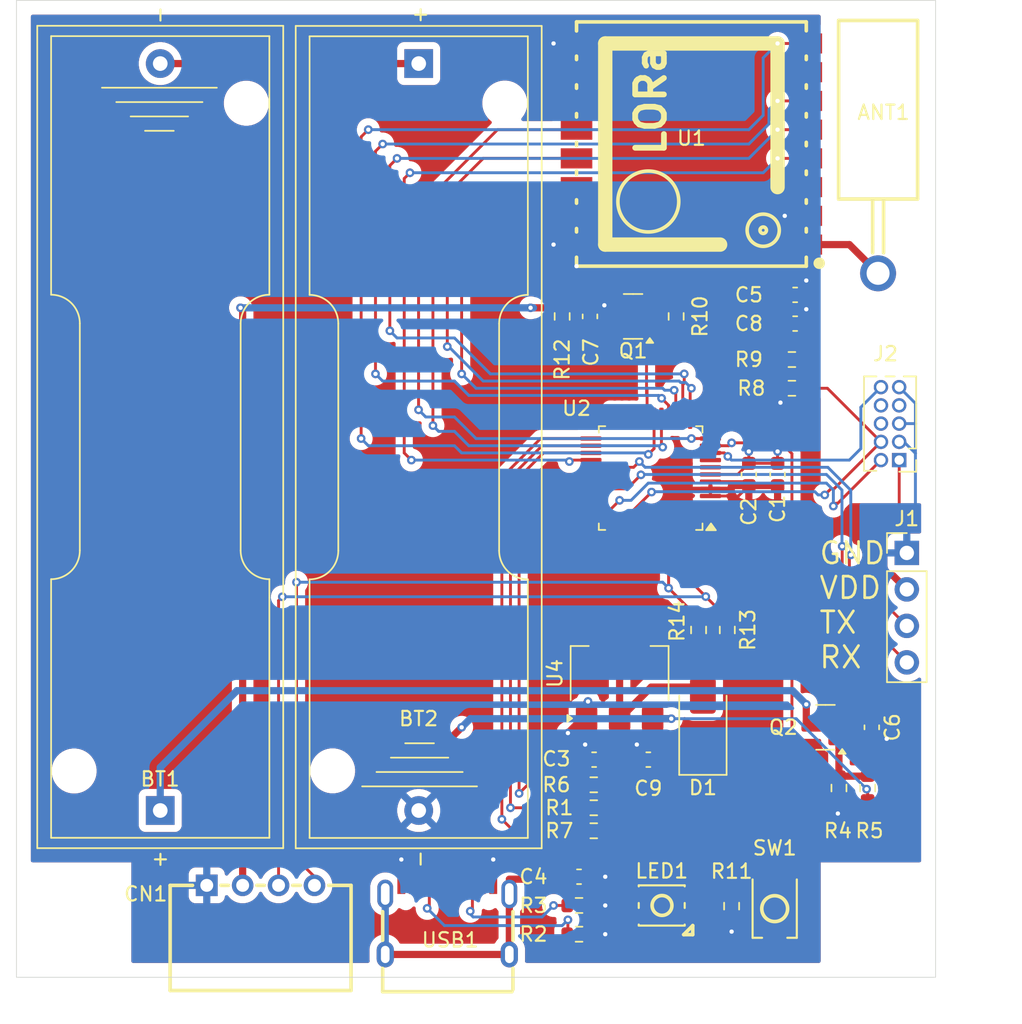
<source format=kicad_pcb>
(kicad_pcb (version 20241229) (generator "pcbnew") (generator_version "9.0")
  (layers (0 "F.Cu" signal) (2 "B.Cu" signal) (13 "F.Paste" user) (15 "B.Paste" user) (5 "F.SilkS" user "F.Silkscreen") (7 "B.SilkS" user "B.Silkscreen") (1 "F.Mask" user) (3 "B.Mask" user) (25 "Edge.Cuts" user))
  (net 0 "")
  (net 1 "Net-(U1-ANT{slash}NC)")
  (net 2 "GND")
  (net 3 "Net-(BT1-+)")
  (net 4 "VDD")
  (net 5 "+3V3")
  (net 6 "Net-(C4-Pad2)")
  (net 7 "Net-(U1-3.3V)")
  (net 8 "/CONPOWER")
  (net 9 "VBUS")
  (net 10 "/SDA")
  (net 11 "/SCL")
  (net 12 "/TX")
  (net 13 "/RX")
  (net 14 "/BOOT0")
  (net 15 "/NRESET")
  (net 16 "/SWDIO")
  (net 20 "/CN1_EN")
  (net 21 "Net-(Q2-G)")
  (net 22 "Net-(USB1-CC1)")
  (net 23 "Net-(USB1-CC2)")
  (net 24 "/BUTTON")
  (net 25 "/LORA_DIO1")
  (net 27 "/LORA_RESET")
  (net 28 "/CS_LORA")
  (net 29 "/MOSI")
  (net 30 "/LORA_BUSY")
  (net 32 "/SCK")
  (net 34 "/LORA_DIO3")
  (net 35 "/MISO")
  (net 42 "/BLUE")
  (net 43 "/GREEN")
  (net 56 "/RED")
  (net 69 "Net-(BT1--)")
  (net 70 "Net-(Q1-D)")
  (net 71 "Net-(LED1-Pad4)")
  (net 72 "Net-(LED1-Pad3)")
  (net 73 "Net-(LED1-K)")
  (footprint "easyeda:USB-C-SMD_TYPE-C-6PIN-2MD-073" (layer "F.Cu") (at 231 119.03)
    (property "Reference" "USB1")
    (property "Value" "TYPE-C 16PIN 2MD(073)")
  )
  (footprint "Connector_PinHeader_1.27mm:PinHeader_2x05_P1.27mm_Vertical" (layer "F.Cu") (at 262.47 87 180)
    (property "Reference" "J2")
    (property "Value" "Conn_ARM_JTAG_SWD_10")
  )
  (footprint "Resistor_SMD:R_0603_1608Metric" (layer "F.Cu") (at 255 80)
    (property "Reference" "R9")
    (property "Value" "0")
  )
  (footprint "Resistor_SMD:R_0603_1608Metric" (layer "F.Cu") (at 241.2 111.2)
    (property "Reference" "R1")
    (property "Value" "1k")
  )
  (footprint "Capacitor_SMD:C_0603_1608Metric" (layer "F.Cu") (at 254 88 90)
    (property "Reference" "C1")
    (property "Value" "1uF")
  )
  (footprint "Resistor_SMD:R_0603_1608Metric" (layer "F.Cu") (at 246.9375 77 90)
    (property "Reference" "R10")
    (property "Value" "10k")
  )
  (footprint "Resistor_SMD:R_0603_1608Metric" (layer "F.Cu") (at 248.5 98.825 -90)
    (property "Reference" "R14")
    (property "Value" "10k")
  )
  (footprint "Resistor_SMD:R_0603_1608Metric" (layer "F.Cu") (at 241.2 109.6)
    (property "Reference" "R6")
    (property "Value" "1k")
  )
  (footprint "easyeda:WIRELM-SMD_DL-LLCC68-S-915S" (layer "F.Cu") (at 248 65)
    (property "Reference" "U1")
    (property "Value" "DL-LLCC68-S-915S")
  )
  (footprint "MountingHole:MountingHole_3.2mm_M3" (layer "F.Cu") (at 205 119)
    (property "Reference" "H1" (hide yes))
    (property "Value" "MountingHole")
  )
  (footprint "Capacitor_SMD:C_0603_1608Metric" (layer "F.Cu") (at 240.9375 77 90)
    (property "Reference" "C7")
    (property "Value" "1uF")
  )
  (footprint "Resistor_SMD:R_0603_1608Metric" (layer "F.Cu") (at 255 82 180)
    (property "Reference" "R8")
    (property "Value" "10k")
  )
  (footprint "Battery:BatteryHolder_Keystone_2460_1xAA" (layer "F.Cu") (at 211.01 111.39 90)
    (property "Reference" "BT1")
    (property "Value" "Battery")
  )
  (footprint "easyeda:SW-SMD_L3.9-W3.0-P4.45" (layer "F.Cu") (at 253.8 118.22 90)
    (property "Reference" "SW1")
    (property "Value" "TS-1088-AR02016")
  )
  (footprint "Resistor_SMD:R_0603_1608Metric" (layer "F.Cu") (at 258.275 109.825 90)
    (property "Reference" "R4")
    (property "Value" "10k")
  )
  (footprint "Package_TO_SOT_SMD:SOT-223-3_TabPin2" (layer "F.Cu") (at 243 101.85 90)
    (property "Reference" "U4")
    (property "Value" "AMS1117-3.3")
  )
  (footprint "Capacitor_SMD:C_0603_1608Metric" (layer "F.Cu") (at 260.5625 105.6 -90)
    (property "Reference" "C6")
    (property "Value" "1uF")
  )
  (footprint "easyeda:LED-SMD_4P-L3.2-W2.8-LS3.5-TL-1" (layer "F.Cu") (at 245.9325 118)
    (property "Reference" "LED1")
    (property "Value" "S4-3528RGBTA-A")
  )
  (footprint "Capacitor_SMD:C_0603_1608Metric" (layer "F.Cu") (at 245 107.85 180)
    (property "Reference" "C9")
    (property "Value" "1uF")
  )
  (footprint "Resistor_SMD:R_0603_1608Metric" (layer "F.Cu") (at 260.275 109.825 -90)
    (property "Reference" "R5")
    (property "Value" "1k")
  )
  (footprint "Capacitor_SMD:C_0603_1608Metric" (layer "F.Cu") (at 255.225 77.5)
    (property "Reference" "C8")
    (property "Value" "10uF")
  )
  (footprint "Capacitor_SMD:C_0603_1608Metric" (layer "F.Cu") (at 255.225 75.5)
    (property "Reference" "C5")
    (property "Value" "100nF")
  )
  (footprint "Connector_PinHeader_2.54mm:PinHeader_1x04_P2.54mm_Vertical" (layer "F.Cu") (at 263 93.46)
    (property "Reference" "J1")
    (property "Value" "Conn_01x04")
  )
  (footprint "Battery:BatteryHolder_Keystone_2460_1xAA" (layer "F.Cu") (at 229.01 59.4 -90)
    (property "Reference" "BT2")
    (property "Value" "Battery")
  )
  (footprint "Resistor_SMD:R_0603_1608Metric" (layer "F.Cu") (at 239 77 -90)
    (property "Reference" "R12")
    (property "Value" "4.7")
  )
  (footprint "Resistor_SMD:R_0603_1608Metric" (layer "F.Cu") (at 250.8 118.045 90)
    (property "Reference" "R11")
    (property "Value" "10k")
  )
  (footprint "Resistor_SMD:R_0603_1608Metric" (layer "F.Cu") (at 240.175 120 180)
    (property "Reference" "R2")
    (property "Value" "5.1k")
  )
  (footprint "Package_TO_SOT_SMD:SOT-23" (layer "F.Cu") (at 257.3375 105.6 180)
    (property "Reference" "Q2")
    (property "Value" "AO3401A")
  )
  (footprint "MountingHole:MountingHole_3.2mm_M3" (layer "F.Cu") (at 261 119)
    (property "Reference" "H2" (hide yes))
    (property "Value" "MountingHole")
  )
  (footprint "easyeda:ANT-TH_BD5.5-L18.0-D0.8_470M_LORA_ANT" (layer "F.Cu") (at 261 74 180)
    (property "Reference" "ANT1")
    (property "Value" "VG915SNX17-5W2")
  )
  (footprint "Capacitor_SMD:C_0603_1608Metric" (layer "F.Cu") (at 241.225 107.85 180)
    (property "Reference" "C3")
    (property "Value" "1uF")
  )
  (footprint "Package_QFP:LQFP-48_7x7mm_P0.5mm" (layer "F.Cu") (at 245.1625 88.25 180)
    (property "Reference" "U2")
    (property "Value" "STM32G030C8Tx")
  )
  (footprint "easyeda:CONN-TH_4P-P2.50_ZX-XH2.54-4PWZ" (layer "F.Cu") (at 218 116.6)
    (property "Reference" "CN1")
    (property "Value" "ZX-XH2.54-4PWZ")
  )
  (footprint "Resistor_SMD:R_0603_1608Metric" (layer "F.Cu") (at 250.5 98.825 -90)
    (property "Reference" "R13")
    (property "Value" "10k")
  )
  (footprint "Capacitor_SMD:C_0603_1608Metric" (layer "F.Cu") (at 252 88 90)
    (property "Reference" "C2")
    (property "Value" "100nF")
  )
  (footprint "Capacitor_SMD:C_0603_1608Metric" (layer "F.Cu") (at 240.175 116 180)
    (property "Reference" "C4")
    (property "Value" "1nF")
  )
  (footprint "Resistor_SMD:R_0603_1608Metric" (layer "F.Cu") (at 241.2 112.8 180)
    (property "Reference" "R7")
    (property "Value" "1k")
  )
  (footprint "Diode_SMD:D_SMA" (layer "F.Cu") (at 248.8 105.4 90)
    (property "Reference" "D1")
    (property "Value" "SS14")
  )
  (footprint "Resistor_SMD:R_0603_1608Metric" (layer "F.Cu") (at 240.175 118 180)
    (property "Reference" "R3")
    (property "Value" "5.1k")
  )
  (footprint "Package_TO_SOT_SMD:SOT-23" (layer "F.Cu") (at 243.9375 77 180)
    (property "Reference" "Q1")
    (property "Value" "AO3401A")
  )
  (gr_rect (start 201 55) (end 265 123) (stroke (width 0.05)) (fill no) (layer "Edge.Cuts"))
  (gr_text "GND\nVDD\nTX\nRX" (at 256.8 101.6 0) (layer "F.SilkS") (effects (font (size 1.5 1.5) (thickness 0.1875)) (justify left bottom)))
  (segment (start 256 72) (end 259 72) (width 0.5) (layer "F.Cu") (net 1))
  (segment (start 259 72) (end 261 74) (width 0.5) (layer "F.Cu") (net 1))
  (segment (start 240 72) (end 240 73.5) (width 0.2) (layer "F.Cu") (net 2))
  (segment (start 254 87.225) (end 254 86.4) (width 0.2) (layer "F.Cu") (net 2))
  (segment (start 240.45 106.95) (end 240.6 106.8) (width 0.2) (layer "F.Cu") (net 2))
  (segment (start 254.175 82) (end 254.175 82.975) (width 0.2) (layer "F.Cu") (net 2))
  (segment (start 240.7 105) (end 240.4 105) (width 0.5) (layer "F.Cu") (net 2))
  (segment (start 249.325 88) (end 251.225 88) (width 0.2) (layer "F.Cu") (net 2))
  (segment (start 258.275 110.65) (end 258.275 111.525) (width 0.2) (layer "F.Cu") (net 2))
  (segment (start 252 87.225) (end 254 87.225) (width 0.2) (layer "F.Cu") (net 2))
  (segment (start 256 75.5) (end 256 76.5) (width 0.2) (layer "F.Cu") (net 2))
  (segment (start 252 87.225) (end 252 86.4) (width 0.2) (layer "F.Cu") (net 2))
  (segment (start 254.175 82.975) (end 254.2 83) (width 0.2) (layer "F.Cu") (net 2))
  (segment (start 240.7 103.9) (end 240.8 103.8) (width 0.5) (layer "F.Cu") (net 2))
  (segment (start 256 70) (end 254.5 70) (width 0.5) (layer "F.Cu") (net 2))
  (segment (start 227.8 116.65) (end 227.8 114.8) (width 0.5) (layer "F.Cu") (net 2))
  (segment (start 234.2 116.65) (end 234.2 114.8) (width 0.5) (layer "F.Cu") (net 2))
  (segment (start 244.225 106.825) (end 244.2 106.8) (width 0.2) (layer "F.Cu") (net 2))
  (segment (start 260.5625 106.375) (end 261.575 106.375) (width 0.2) (layer "F.Cu") (net 2))
  (segment (start 241 120) (end 242 120) (width 0.2) (layer "F.Cu") (net 2))
  (segment (start 240 58) (end 238.4 58) (width 0.2) (layer "F.Cu") (net 2))
  (segment (start 240.9375 76.225) (end 241.9375 76.225) (width 0.2) (layer "F.Cu") (net 2))
  (segment (start 256 77.5) (end 256 76.5) (width 0.2) (layer "F.Cu") (net 2))
  (segment (start 251.225 88) (end 252 87.225) (width 0.2) (layer "F.Cu") (net 2))
  (segment (start 261.575 106.375) (end 261.6 106.4) (width 0.2) (layer "F.Cu") (net 2))
  (segment (start 240.7 105) (end 240.7 103.9) (width 0.5) (layer "F.Cu") (net 2))
  (segment (start 244.225 107.85) (end 244.225 106.825) (width 0.2) (layer "F.Cu") (net 2))
  (segment (start 241 118) (end 242 118) (width 0.2) (layer "F.Cu") (net 2))
  (segment (start 240.4 105) (end 239.4 106) (width 0.5) (layer "F.Cu") (net 2))
  (segment (start 256 75.5) (end 256 74.5) (width 0.2) (layer "F.Cu") (net 2))
  (segment (start 240 72) (end 238.4 72) (width 0.2) (layer "F.Cu") (net 2))
  (segment (start 240.95 116) (end 242 116) (width 0.2) (layer "F.Cu") (net 2))
  (segment (start 250.8 118.87) (end 250.8 119.82) (width 0.2) (layer "F.Cu") (net 2))
  (segment (start 240.45 107.85) (end 240.45 106.95) (width 0.2) (layer "F.Cu") (net 2))
  (segment (start 258.275 111.525) (end 258.2 111.6) (width 0.2) (layer "F.Cu") (net 2))
  (via (at 256 74.5) (size 0.6) (drill 0.3) (layers "F.Cu" "B.Cu") (net 2))
  (via (at 227.8 114.8) (size 0.6) (drill 0.3) (layers "F.Cu" "B.Cu") (net 2))
  (via (at 252 86.4) (size 0.6) (drill 0.3) (layers "F.Cu" "B.Cu") (net 2))
  (via (at 240 73.5) (size 0.6) (drill 0.3) (layers "F.Cu" "B.Cu") (net 2))
  (via (at 239.4 106) (size 0.6) (drill 0.3) (layers "F.Cu" "B.Cu") (net 2))
  (via (at 234.2 114.8) (size 0.6) (drill 0.3) (layers "F.Cu" "B.Cu") (net 2))
  (via (at 242 120) (size 0.6) (drill 0.3) (layers "F.Cu" "B.Cu") (net 2))
  (via (at 254.5 70) (size 0.6) (drill 0.3) (layers "F.Cu" "B.Cu") (net 2))
  (via (at 242 118) (size 0.6) (drill 0.3) (layers "F.Cu" "B.Cu") (net 2))
  (via (at 240.6 106.8) (size 0.6) (drill 0.3) (layers "F.Cu" "B.Cu") (net 2))
  (via (at 250.8 119.82) (size 0.6) (drill 0.3) (layers "F.Cu" "B.Cu") (net 2))
  (via (at 256 76.5) (size 0.6) (drill 0.3) (layers "F.Cu" "B.Cu") (net 2))
  (via (at 261.6 106.4) (size 0.6) (drill 0.3) (layers "F.Cu" "B.Cu") (net 2))
  (via (at 254.2 83) (size 0.6) (drill 0.3) (layers "F.Cu" "B.Cu") (net 2))
  (via (at 238.4 72) (size 0.6) (drill 0.3) (layers "F.Cu" "B.Cu") (net 2))
  (via (at 242 116) (size 0.6) (drill 0.3) (layers "F.Cu" "B.Cu") (net 2))
  (via (at 241.9375 76.225) (size 0.6) (drill 0.3) (layers "F.Cu" "B.Cu") (net 2))
  (via (at 238.4 58) (size 0.6) (drill 0.3) (layers "F.Cu" "B.Cu") (net 2))
  (via (at 258.2 111.6) (size 0.6) (drill 0.3) (layers "F.Cu" "B.Cu") (net 2))
  (via (at 244.2 106.8) (size 0.6) (drill 0.3) (layers "F.Cu" "B.Cu") (net 2))
  (via (at 240.8 103.8) (size 0.6) (drill 0.3) (layers "F.Cu" "B.Cu") (net 2))
  (via (at 254 86.4) (size 0.6) (drill 0.3) (layers "F.Cu" "B.Cu") (net 2))
  (segment (start 262.802 85.73) (end 263.6 86.528) (width 0.2) (layer "B.Cu") (net 2))
  (segment (start 262.47 84.46) (end 263.6 84.46) (width 0.2) (layer "B.Cu") (net 2))
  (segment (start 262.47 85.73) (end 262.802 85.73) (width 0.2) (layer "B.Cu") (net 2))
  (segment (start 263.6 84.46) (end 263.6 83.05) (width 0.2) (layer "B.Cu") (net 2))
  (segment (start 263.6 84.46) (end 263.6 86.528) (width 0.2) (layer "B.Cu") (net 2))
  (segment (start 263.6 86.528) (end 263.6 90.4) (width 0.2) (layer "B.Cu") (net 2))
  (segment (start 263.6 83.05) (end 262.47 81.92) (width 0.2) (layer "B.Cu") (net 2))
  (segment (start 256 104) (end 256 105.2) (width 0.5) (layer "F.Cu") (net 3))
  (segment (start 256 105.2) (end 256.4 105.6) (width 0.5) (layer "F.Cu") (net 3))
  (via (at 256 104) (size 0.6) (drill 0.3) (layers "F.Cu" "B.Cu") (net 3))
  (segment (start 255.049 103.049) (end 256 104) (width 0.5) (layer "B.Cu") (net 3))
  (segment (start 211.01 111.39) (end 211.01 108.39) (width 0.5) (layer "B.Cu") (net 3))
  (segment (start 216.351 103.049) (end 255.049 103.049) (width 0.5) (layer "B.Cu") (net 3))
  (segment (start 215.6 103.8) (end 216.351 103.049) (width 0.5) (layer "B.Cu") (net 3))
  (segment (start 211.01 108.39) (end 215.6 103.8) (width 0.5) (layer "B.Cu") (net 3))
  (segment (start 251.725 88.5) (end 252 88.775) (width 0.2) (layer "F.Cu") (net 4))
  (segment (start 251.275 89.5) (end 252 88.775) (width 0.2) (layer "F.Cu") (net 4))
  (segment (start 249.325 88.5) (end 251.725 88.5) (width 0.2) (layer "F.Cu") (net 4))
  (segment (start 249.325 89.5) (end 251.275 89.5) (width 0.2) (layer "F.Cu") (net 4))
  (segment (start 262.47 90.33) (end 262.4 90.4) (width 0.2) (layer "F.Cu") (net 4))
  (segment (start 262.47 87) (end 262.47 90.33) (width 0.2) (layer "F.Cu") (net 4))
  (segment (start 254 88.775) (end 252 88.775) (width 0.2) (layer "F.Cu") (net 4))
  (segment (start 249.325 89.5) (end 249.325 88.5) (width 0.2) (layer "F.Cu") (net 4))
  (segment (start 243 105) (end 243 106.85) (width 0.5) (layer "F.Cu") (net 5))
  (segment (start 243 105) (end 243 98.7) (width 0.5) (layer "F.Cu") (net 5))
  (segment (start 245.2 102.8) (end 243 105) (width 0.5) (layer "F.Cu") (net 5))
  (segment (start 248.8 102.8) (end 245.2 102.8) (width 0.5) (layer "F.Cu") (net 5))
  (segment (start 243 106.85) (end 242 107.85) (width 0.5) (layer "F.Cu") (net 5))
  (segment (start 226.68 121.41) (end 235.32 121.41) (width 0.5) (layer "F.Cu") (net 6))
  (segment (start 235.32 121.41) (end 235.32 117.2) (width 0.5) (layer "F.Cu") (net 6))
  (segment (start 239.23 116.17) (end 239.4 116) (width 0.5) (layer "F.Cu") (net 6))
  (segment (start 235.32 116.17) (end 239.23 116.17) (width 0.5) (layer "F.Cu") (net 6))
  (segment (start 226.68 117.2) (end 226.68 121.41) (width 0.5) (layer "B.Cu") (net 6))
  (segment (start 254.45 75.5) (end 254.45 74.45) (width 0.5) (layer "F.Cu") (net 7))
  (segment (start 254.45 77.5) (end 254.45 75.5) (width 0.5) (layer "F.Cu") (net 7))
  (segment (start 254.45 74.45) (end 253.5 73.5) (width 0.5) (layer "F.Cu") (net 7))
  (segment (start 253.5 73.5) (end 253.5 69) (width 0.5) (layer "F.Cu") (net 7))
  (segment (start 254.45 77.5) (end 254.45 78.625) (width 0.5) (layer "F.Cu") (net 7))
  (segment (start 253.5 69) (end 254.5 68) (width 0.5) (layer "F.Cu") (net 7))
  (segment (start 254.5 68) (end 256 68) (width 0.5) (layer "F.Cu") (net 7))
  (segment (start 254.45 78.625) (end 255.825 80) (width 0.5) (layer "F.Cu") (net 7))
  (segment (start 238.775 76.4) (end 239 76.175) (width 0.5) (layer "F.Cu") (net 8))
  (segment (start 216.75 76.55) (end 216.6 76.4) (width 0.5) (layer "F.Cu") (net 8))
  (segment (start 236.8 76.4) (end 238.775 76.4) (width 0.5) (layer "F.Cu") (net 8))
  (segment (start 216.75 116.6) (end 216.75 76.55) (width 0.5) (layer "F.Cu") (net 8))
  (via (at 236.8 76.4) (size 0.6) (drill 0.3) (layers "F.Cu" "B.Cu") (net 8))
  (via (at 216.6 76.4) (size 0.6) (drill 0.3) (layers "F.Cu" "B.Cu") (net 8))
  (segment (start 237 76.4) (end 236.8 76.4) (width 0.5) (layer "B.Cu") (net 8))
  (segment (start 216.6 76.4) (end 237 76.4) (width 0.5) (layer "B.Cu") (net 8))
  (segment (start 260.275 109.975) (end 260.2 109.9) (width 0.2) (layer "F.Cu") (net 9))
  (segment (start 232 105.6) (end 231.2 106.4) (width 0.5) (layer "F.Cu") (net 9))
  (segment (start 246.6 105) (end 245.3 105) (width 0.5) (layer "F.Cu") (net 9))
  (segment (start 260.275 110.65) (end 260.275 109.975) (width 0.2) (layer "F.Cu") (net 9))
  (segment (start 245.775 105.475) (end 245.3 105) (width 0.5) (layer "F.Cu") (net 9))
  (segment (start 228.6 115.2) (end 229.2 114.6) (width 0.5) (layer "F.Cu") (net 9))
  (segment (start 245.775 107.85) (end 245.775 105.475) (width 0.5) (layer "F.Cu") (net 9))
  (segment (start 233 114.6) (end 233.4 115) (width 0.5) (layer "F.Cu") (net 9))
  (segment (start 229.2 114.6) (end 231.2 114.6) (width 0.5) (layer "F.Cu") (net 9))
  (segment (start 231.2 106.4) (end 231.2 114.6) (width 0.5) (layer "F.Cu") (net 9))
  (segment (start 233.4 115) (end 233.4 116.65) (width 0.5) (layer "F.Cu") (net 9))
  (segment (start 228.6 116.65) (end 228.6 115.2) (width 0.5) (layer "F.Cu") (net 9))
  (segment (start 231.2 114.6) (end 233 114.6) (width 0.5) (layer "F.Cu") (net 9))
  (via (at 260.2 109.9) (size 0.6) (drill 0.3) (layers "F.Cu" "B.Cu") (net 9))
  (via (at 246.6 105) (size 0.6) (drill 0.3) (layers "F.Cu" "B.Cu") (net 9))
  (via (at 232 105.6) (size 0.6) (drill 0.3) (layers "F.Cu" "B.Cu") (net 9))
  (segment (start 255.3 105) (end 246.6 105) (width 0.2) (layer "B.Cu") (net 9))
  (segment (start 232 105.6) (end 232.6 105) (width 0.5) (layer "B.Cu") (net 9))
  (segment (start 232.6 105) (end 246.6 105) (width 0.5) (layer "B.Cu") (net 9))
  (segment (start 260.2 109.9) (end 255.3 105) (width 0.2) (layer "B.Cu") (net 9))
  (segment (start 219.5135 96.5135) (end 219.25 96.777) (width 0.2) (layer "F.Cu") (net 10))
  (segment (start 249 96.5) (end 248.75 96.25) (width 0.2) (layer "F.Cu") (net 10))
  (segment (start 246.9125 94.4125) (end 246.9125 92.4125) (width 0.2) (layer "F.Cu") (net 10))
  (segment (start 249 96.5) (end 246.9125 94.4125) (width 0.2) (layer "F.Cu") (net 10))
  (segment (start 250.5 98) (end 249 96.5) (width 0.2) (layer "F.Cu") (net 10))
  (segment (start 219.25 96.777) (end 219.25 116.6) (width 0.2) (layer "F.Cu") (net 10))
  (via (at 249 96.5) (size 0.6) (drill 0.3) (layers "F.Cu" "B.Cu") (net 10))
  (via (at 219.5135 96.5135) (size 0.6) (drill 0.3) (layers "F.Cu" "B.Cu") (net 10))
  (segment (start 219.5 96.5) (end 219.5135 96.5135) (width 0.2) (layer "B.Cu") (net 10))
  (segment (start 249 96.5) (end 248.9865 96.5135) (width 0.2) (layer "B.Cu") (net 10))
  (segment (start 248.9865 96.5135) (end 219.5135 96.5135) (width 0.2) (layer "B.Cu") (net 10))
  (segment (start 220.5 114.75) (end 220.5 95.5) (width 0.2) (layer "F.Cu") (net 11))
  (segment (start 221.75 116.6) (end 221.75 116) (width 0.2) (layer "F.Cu") (net 11))
  (segment (start 248.5 98) (end 246.4125 95.9125) (width 0.2) (layer "F.Cu") (net 11))
  (segment (start 246.4125 95.9125) (end 246.4125 92.4125) (width 0.2) (layer "F.Cu") (net 11))
  (segment (start 221.75 116) (end 220.5 114.75) (width 0.2) (layer "F.Cu") (net 11))
  (via (at 246.4125 95.9125) (size 0.6) (drill 0.3) (layers "F.Cu" "B.Cu") (net 11))
  (via (at 220.5 95.5) (size 0.6) (drill 0.3) (layers "F.Cu" "B.Cu") (net 11))
  (segment (start 246 95.5) (end 246.4125 95.9125) (width 0.2) (layer "B.Cu") (net 11))
  (segment (start 220.5 95.5) (end 246 95.5) (width 0.2) (layer "B.Cu") (net 11))
  (segment (start 243.975303 87.5) (end 244.375303 87.1) (width 0.2) (layer "F.Cu") (net 12))
  (segment (start 241 87.5) (end 243.975303 87.5) (width 0.2) (layer "F.Cu") (net 12))
  (segment (start 259 94.54) (end 263 98.54) (width 0.2) (layer "F.Cu") (net 12))
  (segment (start 259.1 93.6) (end 259 93.7) (width 0.2) (layer "F.Cu") (net 12))
  (segment (start 259 93.7) (end 259 94.54) (width 0.2) (layer "F.Cu") (net 12))
  (via (at 259.1 93.6) (size 0.6) (drill 0.3) (layers "F.Cu" "B.Cu") (net 12))
  (via (at 244.375303 87.1) (size 0.6) (drill 0.3) (layers "F.Cu" "B.Cu") (net 12))
  (segment (start 244.775303 87.5) (end 244.375303 87.1) (width 0.2) (layer "B.Cu") (net 12))
  (segment (start 259.1 93.6) (end 259.1 89.1) (width 0.2) (layer "B.Cu") (net 12))
  (segment (start 257.5 87.5) (end 244.775303 87.5) (width 0.2) (layer "B.Cu") (net 12))
  (segment (start 259.1 89.1) (end 257.5 87.5) (width 0.2) (layer "B.Cu") (net 12))
  (segment (start 261.5 98) (end 261.5 99.58) (width 0.2) (layer "F.Cu") (net 13))
  (segment (start 258.5 93) (end 258.5 95) (width 0.2) (layer "F.Cu") (net 13))
  (segment (start 258.5 95) (end 261.5 98) (width 0.2) (layer "F.Cu") (net 13))
  (segment (start 244.485907 88.025595) (end 243.511502 89) (width 0.2) (layer "F.Cu") (net 13))
  (segment (start 243.511502 89) (end 241 89) (width 0.2) (layer "F.Cu") (net 13))
  (segment (start 261.5 99.58) (end 263 101.08) (width 0.2) (layer "F.Cu") (net 13))
  (via (at 244.485907 88.025595) (size 0.6) (drill 0.3) (layers "F.Cu" "B.Cu") (net 13))
  (via (at 258.5 93) (size 0.6) (drill 0.3) (layers "F.Cu" "B.Cu") (net 13))
  (segment (start 257.4 88) (end 244.511502 88) (width 0.2) (layer "B.Cu") (net 13))
  (segment (start 258.5 93) (end 258.485421 92.985421) (width 0.2) (layer "B.Cu") (net 13))
  (segment (start 244.511502 88) (end 244.485907 88.025595) (width 0.2) (layer "B.Cu") (net 13))
  (segment (start 258.485421 92.985421) (end 258.485421 89.085421) (width 0.2) (layer "B.Cu") (net 13))
  (segment (start 258.485421 89.085421) (end 257.4 88) (width 0.2) (layer "B.Cu") (net 13))
  (segment (start 243.44853 91) (end 245.224265 89.224265) (width 0.2) (layer "F.Cu") (net 14))
  (segment (start 241 91) (end 243.44853 91) (width 0.2) (layer "F.Cu") (net 14))
  (segment (start 257.47 82) (end 261.2 85.73) (width 0.2) (layer "F.Cu") (net 14))
  (segment (start 257.709686 89) (end 257.285421 89.424265) (width 0.2) (layer "F.Cu") (net 14))
  (segment (start 261.2 85.73) (end 257.93 89) (width 0.2) (layer "F.Cu") (net 14))
  (segment (start 255.825 82) (end 257.47 82) (width 0.2) (layer "F.Cu") (net 14))
  (segment (start 257.93 89) (end 257.709686 89) (width 0.2) (layer "F.Cu") (net 14))
  (via (at 245.224265 89.224265) (size 0.6) (drill 0.3) (layers "F.Cu" "B.Cu") (net 14))
  (via (at 257.285421 89.424265) (size 0.6) (drill 0.3) (layers "F.Cu" "B.Cu") (net 14))
  (segment (start 256.824265 89.424265) (end 256.6 89.2) (width 0.2) (layer "B.Cu") (net 14))
  (segment (start 245.24853 89.2) (end 245.224265 89.224265) (width 0.2) (layer "B.Cu") (net 14))
  (segment (start 256.6 89.2) (end 245.24853 89.2) (width 0.2) (layer "B.Cu") (net 14))
  (segment (start 257.285421 89.424265) (end 256.824265 89.424265) (width 0.2) (layer "B.Cu") (net 14))
  (segment (start 250.292224 86.5) (end 250.533785 86.741561) (width 0.2) (layer "F.Cu") (net 15))
  (segment (start 249.325 86.5) (end 250.292224 86.5) (width 0.2) (layer "F.Cu") (net 15))
  (via (at 250.533785 86.741561) (size 0.6) (drill 0.3) (layers "F.Cu" "B.Cu") (net 15))
  (segment (start 250.533785 86.741561) (end 250.792224 87) (width 0.2) (layer "B.Cu") (net 15))
  (segment (start 250.792224 87) (end 259 87) (width 0.2) (layer "B.Cu") (net 15))
  (segment (start 259.8 83.32) (end 261.2 81.92) (width 0.2) (layer "B.Cu") (net 15))
  (segment (start 259.8 86.2) (end 259.8 83.32) (width 0.2) (layer "B.Cu") (net 15))
  (segment (start 259 87) (end 259.8 86.2) (width 0.2) (layer "B.Cu") (net 15))
  (segment (start 257.885421 90.2) (end 258.085421 90) (width 0.2) (layer "F.Cu") (net 16))
  (segment (start 258.2 90) (end 261.2 87) (width 0.2) (layer "F.Cu") (net 16))
  (segment (start 258.085421 90) (end 258.2 90) (width 0.2) (layer "F.Cu") (net 16))
  (segment (start 241 90.5) (end 242.3 90.5) (width 0.2) (layer "F.Cu") (net 16))
  (segment (start 242.3 90.5) (end 243 89.8) (width 0.2) (layer "F.Cu") (net 16))
  (via (at 243 89.8) (size 0.6) (drill 0.3) (layers "F.Cu" "B.Cu") (net 16))
  (via (at 257.885421 90.2) (size 0.6) (drill 0.3) (layers "F.Cu" "B.Cu") (net 16))
  (segment (start 257.885421 89.085421) (end 257.4 88.6) (width 0.2) (layer "B.Cu") (net 16))
  (segment (start 245 88.6) (end 243.8 89.8) (width 0.2) (layer "B.Cu") (net 16))
  (segment (start 257.4 88.6) (end 245 88.6) (width 0.2) (layer "B.Cu") (net 16))
  (segment (start 243.8 89.8) (end 243 89.8) (width 0.2) (layer "B.Cu") (net 16))
  (segment (start 257.885421 90.2) (end 257.885421 89.085421) (width 0.2) (layer "B.Cu") (net 16))
  (segment (start 246.9375 77.825) (end 245 77.825) (width 0.2) (layer "F.Cu") (net 20))
  (segment (start 244.9125 82.0375) (end 244.875 82) (width 0.2) (layer "F.Cu") (net 20))
  (segment (start 244.875 82) (end 244.875 77.95) (width 0.2) (layer "F.Cu") (net 20))
  (segment (start 244.9125 84.0875) (end 244.9125 82.0375) (width 0.2) (layer "F.Cu") (net 20))
  (segment (start 244.875 82.398) (end 244.875 82) (width 0.2) (layer "F.Cu") (net 20))
  (segment (start 258.275 106.55) (end 258.275 109) (width 0.5) (layer "F.Cu") (net 21))
  (segment (start 258.275 109) (end 260.275 109) (width 0.5) (layer "F.Cu") (net 21))
  (segment (start 239.4 119.95) (end 239.35 120) (width 0.2) (layer "F.Cu") (net 22))
  (segment (start 229.6 118.2) (end 229.75 118.05) (width 0.2) (layer "F.Cu") (net 22))
  (segment (start 239.4 119) (end 239.4 119.95) (width 0.2) (layer "F.Cu") (net 22))
  (segment (start 229.75 118.05) (end 229.75 116.65) (width 0.2) (layer "F.Cu") (net 22))
  (via (at 229.6 118.2) (size 0.6) (drill 0.3) (layers "F.Cu" "B.Cu") (net 22))
  (via (at 239.4 119) (size 0.6) (drill 0.3) (layers "F.Cu" "B.Cu") (net 22))
  (segment (start 229.6 118.2) (end 230.8 119.4) (width 0.2) (layer "B.Cu") (net 22))
  (segment (start 239 119.4) (end 239.4 119) (width 0.2) (layer "B.Cu") (net 22))
  (segment (start 230.8 119.4) (end 239 119.4) (width 0.2) (layer "B.Cu") (net 22))
  (segment (start 232.6 118.4) (end 232.75 118.25) (width 0.2) (layer "F.Cu") (net 23))
  (segment (start 239.35 118) (end 238.4 118) (width 0.2) (layer "F.Cu") (net 23))
  (segment (start 232.75 118.25) (end 232.75 116.65) (width 0.2) (layer "F.Cu") (net 23))
  (via (at 238.4 118) (size 0.6) (drill 0.3) (layers "F.Cu" "B.Cu") (net 23))
  (via (at 232.6 118.4) (size 0.6) (drill 0.3) (layers "F.Cu" "B.Cu") (net 23))
  (segment (start 237.6 118.8) (end 232.8 118.8) (width 0.2) (layer "B.Cu") (net 23))
  (segment (start 232.8 118.8) (end 232.6 118.6) (width 0.2) (layer "B.Cu") (net 23))
  (segment (start 232.6 118.6) (end 232.6 118.4) (width 0.2) (layer "B.Cu") (net 23))
  (segment (start 238.4 118) (end 237.6 118.8) (width 0.2) (layer "B.Cu") (net 23))
  (segment (start 249.325 86) (end 250.6 86) (width 0.2) (layer "F.Cu") (net 24))
  (segment (start 250.8 85.8) (end 254.249943 85.8) (width 0.2) (layer "F.Cu") (net 24))
  (segment (start 254.249943 85.8) (end 255 86.550057) (width 0.2) (layer "F.Cu") (net 24))
  (segment (start 250.6 86) (end 250.8 85.8) (width 0.2) (layer "F.Cu") (net 24))
  (segment (start 253.8 114.02) (end 255 112.82) (width 0.2) (layer "F.Cu") (net 24))
  (segment (start 252.62 117.22) (end 253.8 116.04) (width 0.2) (layer "F.Cu") (net 24))
  (segment (start 253.8 116.04) (end 253.8 114.02) (width 0.2) (layer "F.Cu") (net 24))
  (segment (start 255 86.550057) (end 255 112.82) (width 0.2) (layer "F.Cu") (net 24))
  (segment (start 250.8 117.22) (end 252.62 117.22) (width 0.2) (layer "F.Cu") (net 24))
  (via (at 250.8 85.8) (size 0.6) (drill 0.3) (layers "F.Cu" "B.Cu") (net 24))
  (segment (start 226.5 65) (end 226 65.5) (width 0.2) (layer "F.Cu") (net 25))
  (segment (start 226 65.5) (end 226 81) (width 0.2) (layer "F.Cu") (net 25))
  (segment (start 256 62) (end 254 62) (width 0.2) (layer "F.Cu") (net 25))
  (segment (start 246.4125 84.0875) (end 246.4125 83.185696) (width 0.2) (layer "F.Cu") (net 25))
  (segment (start 246.4125 83.185696) (end 245.925152 82.698348) (width 0.2) (layer "F.Cu") (net 25))
  (via (at 254 62) (size 0.6) (drill 0.3) (layers "F.Cu" "B.Cu") (net 25))
  (via (at 226.5 65) (size 0.6) (drill 0.3) (layers "F.Cu" "B.Cu") (net 25))
  (via (at 226 81) (size 0.6) (drill 0.3) (layers "F.Cu" "B.Cu") (net 25))
  (via (at 245.925152 82.698348) (size 0.6) (drill 0.3) (layers "F.Cu" "B.Cu") (net 25))
  (segment (start 253.399 62.601) (end 254 62) (width 0.2) (layer "B.Cu") (net 25))
  (segment (start 253.399 63.601) (end 253.399 62.601) (width 0.2) (layer "B.Cu") (net 25))
  (segment (start 232.5 82.5) (end 245.726804 82.5) (width 0.2) (layer "B.Cu") (net 25))
  (segment (start 226.5 81.5) (end 231.5 81.5) (width 0.2) (layer "B.Cu") (net 25))
  (segment (start 245.726804 82.5) (end 245.925152 82.698348) (width 0.2) (layer "B.Cu") (net 25))
  (segment (start 231.5 81.5) (end 232.5 82.5) (width 0.2) (layer "B.Cu") (net 25))
  (segment (start 252 65) (end 253.399 63.601) (width 0.2) (layer "B.Cu") (net 25))
  (segment (start 226 81) (end 226.5 81.5) (width 0.2) (layer "B.Cu") (net 25))
  (segment (start 226.5 65) (end 252 65) (width 0.2) (layer "B.Cu") (net 25))
  (segment (start 228.4 67) (end 228 67.4) (width 0.2) (layer "F.Cu") (net 27))
  (segment (start 256 66) (end 254 66) (width 0.2) (layer "F.Cu") (net 27))
  (segment (start 241 87) (end 239.6 87) (width 0.2) (layer "F.Cu") (net 27))
  (segment (start 228 86.5) (end 228.5 87) (width 0.2) (layer "F.Cu") (net 27))
  (segment (start 239.6 87) (end 239.5 87.1) (width 0.2) (layer "F.Cu") (net 27))
  (segment (start 228 67.4) (end 228 86.5) (width 0.2) (layer "F.Cu") (net 27))
  (via (at 228.5 87) (size 0.6) (drill 0.3) (layers "F.Cu" "B.Cu") (net 27))
  (via (at 254 66) (size 0.6) (drill 0.3) (layers "F.Cu" "B.Cu") (net 27))
  (via (at 239.5 87.1) (size 0.6) (drill 0.3) (layers "F.Cu" "B.Cu") (net 27))
  (via (at 228.4 67) (size 0.6) (drill 0.3) (layers "F.Cu" "B.Cu") (net 27))
  (segment (start 253 67) (end 254 66) (width 0.2) (layer "B.Cu") (net 27))
  (segment (start 228.5 87) (end 239.4 87) (width 0.2) (layer "B.Cu") (net 27))
  (segment (start 228.4 67) (end 253 67) (width 0.2) (layer "B.Cu") (net 27))
  (segment (start 239.4 87) (end 239.5 87.1) (width 0.2) (layer "B.Cu") (net 27))
  (segment (start 246.9125 84.0875) (end 246.9125 82.250486) (width 0.2) (layer "F.Cu") (net 28))
  (segment (start 246.9125 82.250486) (end 246.799 82.136986) (width 0.2) (layer "F.Cu") (net 28))
  (segment (start 239.5 69.5) (end 233 69.5) (width 0.2) (layer "F.Cu") (net 28))
  (segment (start 232 70.5) (end 232 81) (width 0.2) (layer "F.Cu") (net 28))
  (segment (start 240 70) (end 239.5 69.5) (width 0.2) (layer "F.Cu") (net 28))
  (segment (start 233 69.5) (end 232 70.5) (width 0.2) (layer "F.Cu") (net 28))
  (via (at 246.799 82.136986) (size 0.6) (drill 0.3) (layers "F.Cu" "B.Cu") (net 28))
  (via (at 232 81) (size 0.6) (drill 0.3) (layers "F.Cu" "B.Cu") (net 28))
  (segment (start 246 82) (end 233 82) (width 0.2) (layer "B.Cu") (net 28))
  (segment (start 233 82) (end 232 81) (width 0.2) (layer "B.Cu") (net 28))
  (segment (start 246.799 82.136986) (end 246.136986 82.136986) (width 0.2) (layer "B.Cu") (net 28))
  (segment (start 246.136986 82.136986) (end 246 82) (width 0.2) (layer "B.Cu") (net 28))
  (segment (start 231 79.1) (end 231 69.5) (width 0.2) (layer "F.Cu") (net 29))
  (segment (start 247.9125 84.0875) (end 247.9125 82.0875) (width 0.2) (layer "F.Cu") (net 29))
  (segment (start 232.5 68) (end 240 68) (width 0.2) (layer "F.Cu") (net 29))
  (segment (start 247.9125 82.0875) (end 248 82) (width 0.2) (layer "F.Cu") (net 29))
  (segment (start 231 69.5) (end 232.5 68) (width 0.2) (layer "F.Cu") (net 29))
  (via (at 248 82) (size 0.6) (drill 0.3) (layers "F.Cu" "B.Cu") (net 29))
  (via (at 231 79.1) (size 0.6) (drill 0.3) (layers "F.Cu" "B.Cu") (net 29))
  (segment (start 247.601 81.601) (end 248 82) (width 0.2) (layer "B.Cu") (net 29))
  (segment (start 231.1 79.1) (end 233.5 81.5) (width 0.2) (layer "B.Cu") (net 29))
  (segment (start 247.251057 81.601) (end 247.601 81.601) (width 0.2) (layer "B.Cu") (net 29))
  (segment (start 233.5 81.5) (end 247.150057 81.5) (width 0.2) (layer "B.Cu") (net 29))
  (segment (start 247.150057 81.5) (end 247.251057 81.601) (width 0.2) (layer "B.Cu") (net 29))
  (segment (start 231 79.1) (end 231.1 79.1) (width 0.2) (layer "B.Cu") (net 29))
  (segment (start 247.399 81.751057) (end 247.399 84.074) (width 0.2) (layer "F.Cu") (net 30))
  (segment (start 227.5 66) (end 227 66.5) (width 0.2) (layer "F.Cu") (net 30))
  (segment (start 247.399 84.074) (end 247.4125 84.0875) (width 0.2) (layer "F.Cu") (net 30))
  (segment (start 227 66.5) (end 227 78) (width 0.2) (layer "F.Cu") (net 30))
  (segment (start 247.5 81.650057) (end 247.399 81.751057) (width 0.2) (layer "F.Cu") (net 30))
  (segment (start 256 64) (end 254 64) (width 0.2) (layer "F.Cu") (net 30))
  (segment (start 247.5 81) (end 247.5 81.650057) (width 0.2) (layer "F.Cu") (net 30))
  (via (at 254 64) (size 0.6) (drill 0.3) (layers "F.Cu" "B.Cu") (net 30))
  (via (at 247.5 81) (size 0.6) (drill 0.3) (layers "F.Cu" "B.Cu") (net 30))
  (via (at 227 78) (size 0.6) (drill 0.3) (layers "F.Cu" "B.Cu") (net 30))
  (via (at 227.5 66) (size 0.6) (drill 0.3) (layers "F.Cu" "B.Cu") (net 30))
  (segment (start 252 66) (end 254 64) (width 0.2) (layer "B.Cu") (net 30))
  (segment (start 234 81) (end 247.5 81) (width 0.2) (layer "B.Cu") (net 30))
  (segment (start 227 78) (end 227.5 78.5) (width 0.2) (layer "B.Cu") (net 30))
  (segment (start 227.5 78.5) (end 231.5 78.5) (width 0.2) (layer "B.Cu") (net 30))
  (segment (start 227.5 66) (end 252 66) (width 0.2) (layer "B.Cu") (net 30))
  (segment (start 231.5 78.5) (end 234 81) (width 0.2) (layer "B.Cu") (net 30))
  (segment (start 229 69.5) (end 234.5 64) (width 0.2) (layer "F.Cu") (net 32))
  (segment (start 229 83.5) (end 229 69.5) (width 0.2) (layer "F.Cu") (net 32))
  (segment (start 234.5 64) (end 240 64) (width 0.2) (layer "F.Cu") (net 32))
  (segment (start 249.325 85.5) (end 248 85.5) (width 0.2) (layer "F.Cu") (net 32))
  (via (at 248 85.5) (size 0.6) (drill 0.3) (layers "F.Cu" "B.Cu") (net 32))
  (via (at 229 83.5) (size 0.6) (drill 0.3) (layers "F.Cu" "B.Cu") (net 32))
  (segment (start 229 83.5) (end 229.5 84) (width 0.2) (layer "B.Cu") (net 32))
  (segment (start 229.5 84) (end 231.5 84) (width 0.2) (layer "B.Cu") (net 32))
  (segment (start 231.5 84) (end 233 85.5) (width 0.2) (layer "B.Cu") (net 32))
  (segment (start 233 85.5) (end 248 85.5) (width 0.2) (layer "B.Cu") (net 32))
  (segment (start 245.4125 84.0875) (end 245.399 84.101) (width 0.2) (layer "F.Cu") (net 34))
  (segment (start 225 64.5) (end 225 85.5) (width 0.2) (layer "F.Cu") (net 34))
  (segment (start 245.399 86.201) (end 245 86.6) (width 0.2) (layer "F.Cu") (net 34))
  (segment (start 225.5 64) (end 225 64.5) (width 0.2) (layer "F.Cu") (net 34))
  (segment (start 256 58) (end 254 58) (width 0.2) (layer "F.Cu") (net 34))
  (segment (start 245.399 84.101) (end 245.399 86.201) (width 0.2) (layer "F.Cu") (net 34))
  (via (at 225 85.5) (size 0.6) (drill 0.3) (layers "F.Cu" "B.Cu") (net 34))
  (via (at 254 58) (size 0.6) (drill 0.3) (layers "F.Cu" "B.Cu") (net 34))
  (via (at 225.5 64) (size 0.6) (drill 0.3) (layers "F.Cu" "B.Cu") (net 34))
  (via (at 245 86.6) (size 0.6) (drill 0.3) (layers "F.Cu" "B.Cu") (net 34))
  (segment (start 252.998 59.002) (end 254 58) (width 0.2) (layer "B.Cu") (net 34))
  (segment (start 244.9 86.5) (end 245 86.6) (width 0.2) (layer "B.Cu") (net 34))
  (segment (start 232 86.5) (end 244.9 86.5) (width 0.2) (layer "B.Cu") (net 34))
  (segment (start 225.5 86) (end 231.5 86) (width 0.2) (layer "B.Cu") (net 34))
  (segment (start 225 85.5) (end 225.5 86) (width 0.2) (layer "B.Cu") (net 34))
  (segment (start 252 64) (end 252.998 63.002) (width 0.2) (layer "B.Cu") (net 34))
  (segment (start 231.5 86) (end 232 86.5) (width 0.2) (layer "B.Cu") (net 34))
  (segment (start 225.5 64) (end 252 64) (width 0.2) (layer "B.Cu") (net 34))
  (segment (start 252.998 63.002) (end 252.998 59.002) (width 0.2) (layer "B.Cu") (net 34))
  (segment (start 230 84.6) (end 230 69.5) (width 0.2) (layer "F.Cu") (net 35))
  (segment (start 233.5 66) (end 240 66) (width 0.2) (layer "F.Cu") (net 35))
  (segment (start 230 69.5) (end 233.5 66) (width 0.2) (layer "F.Cu") (net 35))
  (segment (start 245.9125 86.0125) (end 246 86.1) (width 0.2) (layer "F.Cu") (net 35))
  (segment (start 245.9125 84.0875) (end 245.9125 86.0125) (width 0.2) (layer "F.Cu") (net 35))
  (via (at 246 86.1) (size 0.6) (drill 0.3) (layers "F.Cu" "B.Cu") (net 35))
  (via (at 230 84.6) (size 0.6) (drill 0.3) (layers "F.Cu" "B.Cu") (net 35))
  (segment (start 245.9 86) (end 246 86.1) (width 0.2) (layer "B.Cu") (net 35))
  (segment (start 231.5 85) (end 232.5 86) (width 0.2) (layer "B.Cu") (net 35))
  (segment (start 230 84.6) (end 230.4 85) (width 0.2) (layer "B.Cu") (net 35))
  (segment (start 232.5 86) (end 245.9 86) (width 0.2) (layer "B.Cu") (net 35))
  (segment (start 230.4 85) (end 231.5 85) (width 0.2) (layer "B.Cu") (net 35))
  (segment (start 237.7 86.5) (end 241 86.5) (width 0.2) (layer "F.Cu") (net 42))
  (segment (start 236 110.2) (end 236 88.2) (width 0.2) (layer "F.Cu") (net 42))
  (segment (start 236 110.2) (end 236.6 109.6) (width 0.2) (layer "F.Cu") (net 42))
  (segment (start 236 88.2) (end 237.7 86.5) (width 0.2) (layer "F.Cu") (net 42))
  (segment (start 236.6 109.6) (end 240.375 109.6) (width 0.2) (layer "F.Cu") (net 42))
  (via (at 236 110.2) (size 0.6) (drill 0.3) (layers "F.Cu" "B.Cu") (net 42))
  (segment (start 234.8 112) (end 235.6 112.8) (width 0.2) (layer "F.Cu") (net 43))
  (segment (start 235.6 112.8) (end 240.375 112.8) (width 0.2) (layer "F.Cu") (net 43))
  (segment (start 237.5 85.5) (end 241 85.5) (width 0.2) (layer "F.Cu") (net 43))
  (segment (start 234.8 112) (end 234.8 88.2) (width 0.2) (layer "F.Cu") (net 43))
  (segment (start 234.8 88.2) (end 237.5 85.5) (width 0.2) (layer "F.Cu") (net 43))
  (via (at 234.8 112) (size 0.6) (drill 0.3) (layers "F.Cu" "B.Cu") (net 43))
  (segment (start 235.4 111.2) (end 235.4 88.2) (width 0.2) (layer "F.Cu") (net 56))
  (segment (start 237.6 86) (end 241 86) (width 0.2) (layer "F.Cu") (net 56))
  (segment (start 235.4 88.2) (end 237.6 86) (width 0.2) (layer "F.Cu") (net 56))
  (segment (start 235.4 111.2) (end 240.375 111.2) (width 0.2) (layer "F.Cu") (net 56))
  (via (at 235.4 111.2) (size 0.6) (drill 0.3) (layers "F.Cu" "B.Cu") (net 56))
  (segment (start 211.01 59.4) (end 229.01 59.4) (width 0.5) (layer "F.Cu") (net 69))
  (segment (start 240.9375 77.775) (end 242.225 77.775) (width 0.5) (layer "F.Cu") (net 70))
  (segment (start 242.225 77.775) (end 243 77) (width 0.5) (layer "F.Cu") (net 70))
  (segment (start 240.8875 77.825) (end 240.9375 77.775) (width 0.5) (layer "F.Cu") (net 70))
  (segment (start 239 77.825) (end 240.8875 77.825) (width 0.5) (layer "F.Cu") (net 70))
  (segment (start 247.6345 118.75) (end 248.3835 118.001) (width 0.2) (layer "F.Cu") (net 71))
  (segment (start 247.4325 118.75) (end 247.6345 118.75) (width 0.2) (layer "F.Cu") (net 71))
  (segment (start 248.3835 115.9585) (end 242.025 109.6) (width 0.2) (layer "F.Cu") (net 71))
  (segment (start 248.3835 118.001) (end 248.3835 115.9585) (width 0.2) (layer "F.Cu") (net 71))
  (segment (start 247.4325 116.6075) (end 247.4325 117.25) (width 0.2) (layer "F.Cu") (net 72))
  (segment (start 242.025 111.2) (end 247.4325 116.6075) (width 0.2) (layer "F.Cu") (net 72))
  (segment (start 242.8 112.8) (end 244.4325 114.4325) (width 0.2) (layer "F.Cu") (net 73))
  (segment (start 242.025 112.8) (end 242.8 112.8) (width 0.2) (layer "F.Cu") (net 73))
  (segment (start 244.4325 114.4325) (end 244.4325 117.25) (width 0.2) (layer "F.Cu") (net 73))
  (zone (net 4) (net_name "VDD") (layer "F.Cu") (connect_pads (clearance 0.5)) (min_thickness 0.25) (fill yes (thermal_gap 0.5) (thermal_bridge_width 0.5))
    (polygon (pts (xy 202 56) (xy 257 56) (xy 257 90) (xy 264 90) (xy 264 115) (xy 257 115) (xy 257 122) (xy 209 122) (xy 209 115) (xy 202 115)))
  )
  (zone (net 2) (net_name "GND") (layer "B.Cu") (priority 1) (connect_pads (clearance 0.5)) (min_thickness 0.25) (fill yes (thermal_gap 0.5) (thermal_bridge_width 0.5))
    (polygon (pts (xy 202 56) (xy 257 56) (xy 257 90) (xy 264 90) (xy 264 115) (xy 257 115) (xy 257 122) (xy 209 122) (xy 209 115) (xy 202 115)))
  )
)
</source>
